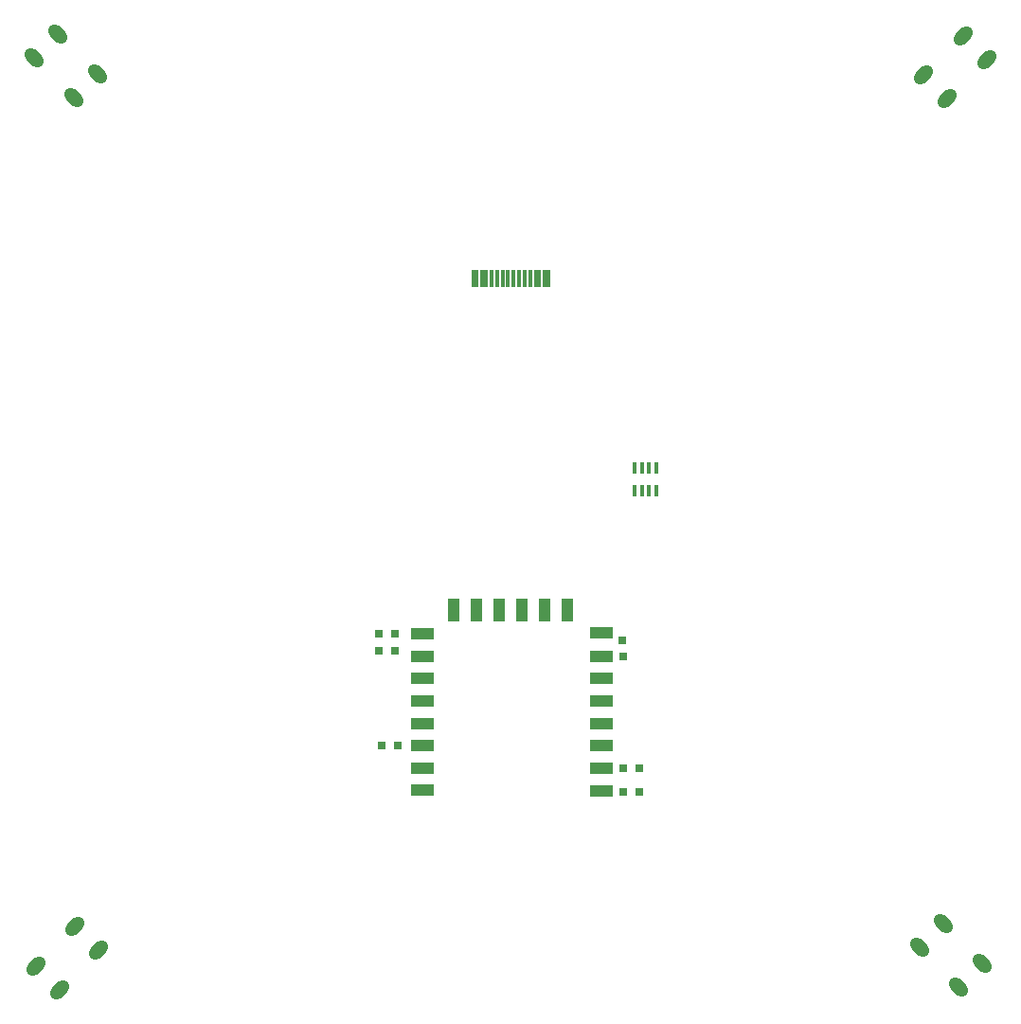
<source format=gbp>
G04 Layer_Color=128*
%FSLAX25Y25*%
%MOIN*%
G70*
G01*
G75*
%ADD14R,0.03000X0.03000*%
%ADD15R,0.03000X0.03000*%
%ADD17R,0.01378X0.03937*%
%ADD18R,0.01378X0.03937*%
G04:AMPARAMS|DCode=62|XSize=47.24mil|YSize=78.74mil|CornerRadius=0mil|HoleSize=0mil|Usage=FLASHONLY|Rotation=135.000|XOffset=0mil|YOffset=0mil|HoleType=Round|Shape=Round|*
%AMOVALD62*
21,1,0.03150,0.04724,0.00000,0.00000,225.0*
1,1,0.04724,0.01114,0.01114*
1,1,0.04724,-0.01114,-0.01114*
%
%ADD62OVALD62*%

G04:AMPARAMS|DCode=63|XSize=47.24mil|YSize=78.74mil|CornerRadius=0mil|HoleSize=0mil|Usage=FLASHONLY|Rotation=45.000|XOffset=0mil|YOffset=0mil|HoleType=Round|Shape=Round|*
%AMOVALD63*
21,1,0.03150,0.04724,0.00000,0.00000,135.0*
1,1,0.04724,0.01114,-0.01114*
1,1,0.04724,-0.01114,0.01114*
%
%ADD63OVALD63*%

%ADD64R,0.01181X0.05906*%
%ADD65R,0.03937X0.07874*%
%ADD66R,0.07874X0.03937*%
D14*
X560494Y382750D02*
D03*
X560500Y377300D02*
D03*
D15*
X480250Y385006D02*
D03*
X474800Y385000D02*
D03*
X480250Y379006D02*
D03*
X474800Y379000D02*
D03*
X481250Y345711D02*
D03*
X475800Y345705D02*
D03*
X566250Y337837D02*
D03*
X560800Y337831D02*
D03*
X566250Y329506D02*
D03*
X560800Y329500D02*
D03*
D17*
X564661Y443429D02*
D03*
X567220D02*
D03*
X569779D02*
D03*
X572339Y443429D02*
D03*
X564661Y435545D02*
D03*
X567220D02*
D03*
X569779D02*
D03*
D18*
X572339D02*
D03*
D62*
X367784Y282136D02*
D03*
X376135Y273784D02*
D03*
X362216Y259864D02*
D03*
X353865Y268216D02*
D03*
X674716Y573364D02*
D03*
X666364Y581716D02*
D03*
X680284Y595636D02*
D03*
X688635Y587284D02*
D03*
D63*
X375636Y582216D02*
D03*
X367284Y573865D02*
D03*
X353364Y587784D02*
D03*
X361716Y596136D02*
D03*
X664864Y274784D02*
D03*
X673216Y283136D02*
D03*
X687136Y269216D02*
D03*
X678784Y260864D02*
D03*
D64*
X507933Y510079D02*
D03*
X511083D02*
D03*
X512264D02*
D03*
X514232D02*
D03*
X516201D02*
D03*
X518169D02*
D03*
X520138D02*
D03*
X522106D02*
D03*
X524075D02*
D03*
X526043D02*
D03*
X528012D02*
D03*
X529980D02*
D03*
X531161D02*
D03*
X533130D02*
D03*
X534311D02*
D03*
X509114D02*
D03*
D65*
X541087Y393368D02*
D03*
X533087D02*
D03*
X525087D02*
D03*
X517008D02*
D03*
X509087D02*
D03*
X501087D02*
D03*
D66*
X490008Y385154D02*
D03*
X553000Y385311D02*
D03*
Y377279D02*
D03*
Y369563D02*
D03*
Y361610D02*
D03*
Y353500D02*
D03*
Y345705D02*
D03*
Y337752D02*
D03*
Y329957D02*
D03*
X490008Y330075D02*
D03*
Y337831D02*
D03*
Y345705D02*
D03*
Y353461D02*
D03*
Y361492D02*
D03*
Y369406D02*
D03*
Y377240D02*
D03*
M02*

</source>
